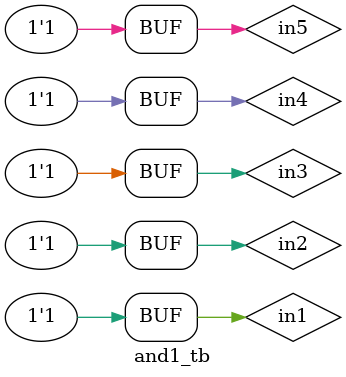
<source format=v>
module and_5in(in1, in2, in3, in4, in5, out);
input in1, in2, in3, in4, in5;
output out;
and a1(out, in1, in2, in3, in4, in5);
endmodule

module and1_tb;
reg in1, in2, in3, in4, in5;
wire out;
and_5in i(in1, in2, in3, in4, in5, out);
initial
begin
	in1=1'b0; in2=1'b0; in3=1'b0; in4=1'b0; in5=1'b0;
	$monitor("Time:%0t in=%b%b%b%b%b out=%b",$time, in1, in2, in3, in4, in5, out);
	#5 	in1=1'b0; in2=1'b0; in3=1'b0; in4=1'b0; in5=1'b0;
	#5 	in1=1'b0; in2=1'b0; in3=1'b1; in4=1'b0; in5=1'b1;
	#5	in1=1'b1; in2=1'b1; in3=1'b1; in4=1'b1; in5=1'b1;
end
endmodule
</source>
